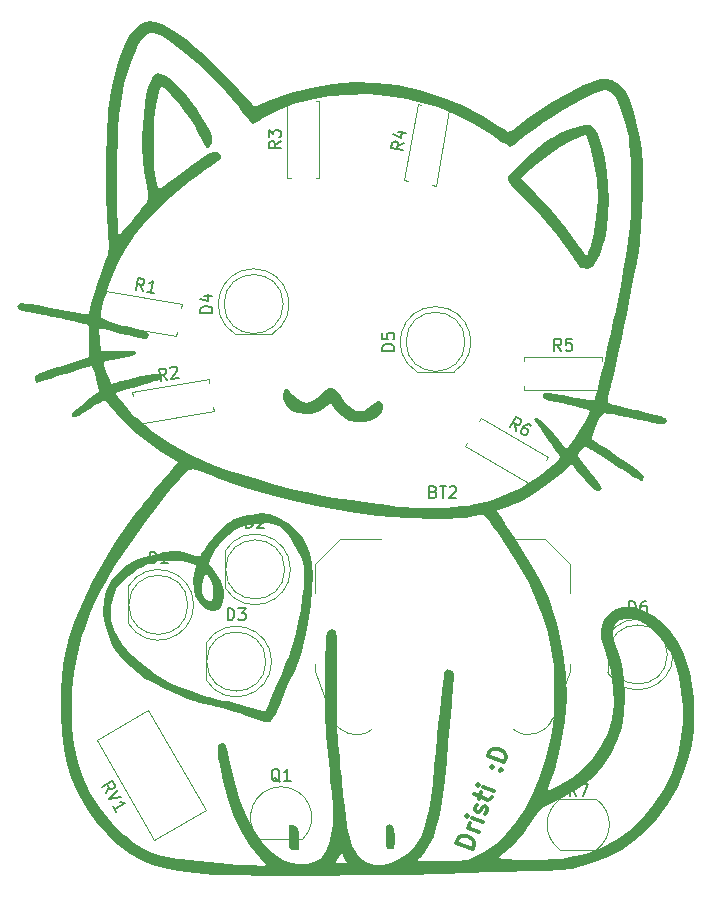
<source format=gbr>
%TF.GenerationSoftware,KiCad,Pcbnew,9.0.2*%
%TF.CreationDate,2025-07-04T00:45:15-07:00*%
%TF.ProjectId,FirstHCProject,46697273-7448-4435-9072-6f6a6563742e,rev?*%
%TF.SameCoordinates,Original*%
%TF.FileFunction,Legend,Top*%
%TF.FilePolarity,Positive*%
%FSLAX46Y46*%
G04 Gerber Fmt 4.6, Leading zero omitted, Abs format (unit mm)*
G04 Created by KiCad (PCBNEW 9.0.2) date 2025-07-04 00:45:15*
%MOMM*%
%LPD*%
G01*
G04 APERTURE LIST*
%ADD10C,0.150000*%
%ADD11C,0.300000*%
%ADD12C,0.120000*%
%ADD13C,0.000000*%
G04 APERTURE END LIST*
D10*
X136791905Y-115494819D02*
X136791905Y-114494819D01*
X136791905Y-114494819D02*
X137030000Y-114494819D01*
X137030000Y-114494819D02*
X137172857Y-114542438D01*
X137172857Y-114542438D02*
X137268095Y-114637676D01*
X137268095Y-114637676D02*
X137315714Y-114732914D01*
X137315714Y-114732914D02*
X137363333Y-114923390D01*
X137363333Y-114923390D02*
X137363333Y-115066247D01*
X137363333Y-115066247D02*
X137315714Y-115256723D01*
X137315714Y-115256723D02*
X137268095Y-115351961D01*
X137268095Y-115351961D02*
X137172857Y-115447200D01*
X137172857Y-115447200D02*
X137030000Y-115494819D01*
X137030000Y-115494819D02*
X136791905Y-115494819D01*
X137744286Y-114590057D02*
X137791905Y-114542438D01*
X137791905Y-114542438D02*
X137887143Y-114494819D01*
X137887143Y-114494819D02*
X138125238Y-114494819D01*
X138125238Y-114494819D02*
X138220476Y-114542438D01*
X138220476Y-114542438D02*
X138268095Y-114590057D01*
X138268095Y-114590057D02*
X138315714Y-114685295D01*
X138315714Y-114685295D02*
X138315714Y-114780533D01*
X138315714Y-114780533D02*
X138268095Y-114923390D01*
X138268095Y-114923390D02*
X137696667Y-115494819D01*
X137696667Y-115494819D02*
X138315714Y-115494819D01*
X139684819Y-82756666D02*
X139208628Y-83089999D01*
X139684819Y-83328094D02*
X138684819Y-83328094D01*
X138684819Y-83328094D02*
X138684819Y-82947142D01*
X138684819Y-82947142D02*
X138732438Y-82851904D01*
X138732438Y-82851904D02*
X138780057Y-82804285D01*
X138780057Y-82804285D02*
X138875295Y-82756666D01*
X138875295Y-82756666D02*
X139018152Y-82756666D01*
X139018152Y-82756666D02*
X139113390Y-82804285D01*
X139113390Y-82804285D02*
X139161009Y-82851904D01*
X139161009Y-82851904D02*
X139208628Y-82947142D01*
X139208628Y-82947142D02*
X139208628Y-83328094D01*
X138684819Y-82423332D02*
X138684819Y-81804285D01*
X138684819Y-81804285D02*
X139065771Y-82137618D01*
X139065771Y-82137618D02*
X139065771Y-81994761D01*
X139065771Y-81994761D02*
X139113390Y-81899523D01*
X139113390Y-81899523D02*
X139161009Y-81851904D01*
X139161009Y-81851904D02*
X139256247Y-81804285D01*
X139256247Y-81804285D02*
X139494342Y-81804285D01*
X139494342Y-81804285D02*
X139589580Y-81851904D01*
X139589580Y-81851904D02*
X139637200Y-81899523D01*
X139637200Y-81899523D02*
X139684819Y-81994761D01*
X139684819Y-81994761D02*
X139684819Y-82280475D01*
X139684819Y-82280475D02*
X139637200Y-82375713D01*
X139637200Y-82375713D02*
X139589580Y-82423332D01*
X149294819Y-100468094D02*
X148294819Y-100468094D01*
X148294819Y-100468094D02*
X148294819Y-100229999D01*
X148294819Y-100229999D02*
X148342438Y-100087142D01*
X148342438Y-100087142D02*
X148437676Y-99991904D01*
X148437676Y-99991904D02*
X148532914Y-99944285D01*
X148532914Y-99944285D02*
X148723390Y-99896666D01*
X148723390Y-99896666D02*
X148866247Y-99896666D01*
X148866247Y-99896666D02*
X149056723Y-99944285D01*
X149056723Y-99944285D02*
X149151961Y-99991904D01*
X149151961Y-99991904D02*
X149247200Y-100087142D01*
X149247200Y-100087142D02*
X149294819Y-100229999D01*
X149294819Y-100229999D02*
X149294819Y-100468094D01*
X148294819Y-98991904D02*
X148294819Y-99468094D01*
X148294819Y-99468094D02*
X148771009Y-99515713D01*
X148771009Y-99515713D02*
X148723390Y-99468094D01*
X148723390Y-99468094D02*
X148675771Y-99372856D01*
X148675771Y-99372856D02*
X148675771Y-99134761D01*
X148675771Y-99134761D02*
X148723390Y-99039523D01*
X148723390Y-99039523D02*
X148771009Y-98991904D01*
X148771009Y-98991904D02*
X148866247Y-98944285D01*
X148866247Y-98944285D02*
X149104342Y-98944285D01*
X149104342Y-98944285D02*
X149199580Y-98991904D01*
X149199580Y-98991904D02*
X149247200Y-99039523D01*
X149247200Y-99039523D02*
X149294819Y-99134761D01*
X149294819Y-99134761D02*
X149294819Y-99372856D01*
X149294819Y-99372856D02*
X149247200Y-99468094D01*
X149247200Y-99468094D02*
X149199580Y-99515713D01*
X124868843Y-137942214D02*
X125114569Y-137415443D01*
X124583128Y-137447342D02*
X125449154Y-136947342D01*
X125449154Y-136947342D02*
X125639630Y-137277256D01*
X125639630Y-137277256D02*
X125646010Y-137383545D01*
X125646010Y-137383545D02*
X125628580Y-137448593D01*
X125628580Y-137448593D02*
X125569911Y-137537452D01*
X125569911Y-137537452D02*
X125446193Y-137608880D01*
X125446193Y-137608880D02*
X125339905Y-137615260D01*
X125339905Y-137615260D02*
X125274856Y-137597830D01*
X125274856Y-137597830D02*
X125185998Y-137539161D01*
X125185998Y-137539161D02*
X124995521Y-137209247D01*
X125877725Y-137689649D02*
X125178366Y-138478325D01*
X125178366Y-138478325D02*
X126211058Y-138267000D01*
X125773605Y-139509307D02*
X125487890Y-139014436D01*
X125630747Y-139261872D02*
X126496773Y-138761872D01*
X126496773Y-138761872D02*
X126325436Y-138750821D01*
X126325436Y-138750821D02*
X126195338Y-138715962D01*
X126195338Y-138715962D02*
X126106480Y-138657293D01*
X159613253Y-107258071D02*
X159562673Y-106679012D01*
X159118381Y-106972357D02*
X159618381Y-106106332D01*
X159618381Y-106106332D02*
X159948296Y-106296808D01*
X159948296Y-106296808D02*
X160006965Y-106385666D01*
X160006965Y-106385666D02*
X160024394Y-106450715D01*
X160024394Y-106450715D02*
X160018015Y-106557003D01*
X160018015Y-106557003D02*
X159946586Y-106680721D01*
X159946586Y-106680721D02*
X159857728Y-106739390D01*
X159857728Y-106739390D02*
X159792679Y-106756820D01*
X159792679Y-106756820D02*
X159686391Y-106750440D01*
X159686391Y-106750440D02*
X159356476Y-106559964D01*
X160855560Y-106820617D02*
X160690603Y-106725379D01*
X160690603Y-106725379D02*
X160584315Y-106718999D01*
X160584315Y-106718999D02*
X160519266Y-106736429D01*
X160519266Y-106736429D02*
X160365359Y-106812528D01*
X160365359Y-106812528D02*
X160228882Y-106953676D01*
X160228882Y-106953676D02*
X160038405Y-107283590D01*
X160038405Y-107283590D02*
X160032026Y-107389878D01*
X160032026Y-107389878D02*
X160049455Y-107454927D01*
X160049455Y-107454927D02*
X160108124Y-107543786D01*
X160108124Y-107543786D02*
X160273082Y-107639024D01*
X160273082Y-107639024D02*
X160379370Y-107645403D01*
X160379370Y-107645403D02*
X160444419Y-107627974D01*
X160444419Y-107627974D02*
X160533277Y-107569305D01*
X160533277Y-107569305D02*
X160652325Y-107363108D01*
X160652325Y-107363108D02*
X160658704Y-107256820D01*
X160658704Y-107256820D02*
X160641275Y-107191771D01*
X160641275Y-107191771D02*
X160582606Y-107102913D01*
X160582606Y-107102913D02*
X160417648Y-107007675D01*
X160417648Y-107007675D02*
X160311360Y-107001295D01*
X160311360Y-107001295D02*
X160246311Y-107018725D01*
X160246311Y-107018725D02*
X160157453Y-107077394D01*
X164733333Y-138154819D02*
X164400000Y-137678628D01*
X164161905Y-138154819D02*
X164161905Y-137154819D01*
X164161905Y-137154819D02*
X164542857Y-137154819D01*
X164542857Y-137154819D02*
X164638095Y-137202438D01*
X164638095Y-137202438D02*
X164685714Y-137250057D01*
X164685714Y-137250057D02*
X164733333Y-137345295D01*
X164733333Y-137345295D02*
X164733333Y-137488152D01*
X164733333Y-137488152D02*
X164685714Y-137583390D01*
X164685714Y-137583390D02*
X164638095Y-137631009D01*
X164638095Y-137631009D02*
X164542857Y-137678628D01*
X164542857Y-137678628D02*
X164161905Y-137678628D01*
X165066667Y-137154819D02*
X165733333Y-137154819D01*
X165733333Y-137154819D02*
X165304762Y-138154819D01*
X139634761Y-136990057D02*
X139539523Y-136942438D01*
X139539523Y-136942438D02*
X139444285Y-136847200D01*
X139444285Y-136847200D02*
X139301428Y-136704342D01*
X139301428Y-136704342D02*
X139206190Y-136656723D01*
X139206190Y-136656723D02*
X139110952Y-136656723D01*
X139158571Y-136894819D02*
X139063333Y-136847200D01*
X139063333Y-136847200D02*
X138968095Y-136751961D01*
X138968095Y-136751961D02*
X138920476Y-136561485D01*
X138920476Y-136561485D02*
X138920476Y-136228152D01*
X138920476Y-136228152D02*
X138968095Y-136037676D01*
X138968095Y-136037676D02*
X139063333Y-135942438D01*
X139063333Y-135942438D02*
X139158571Y-135894819D01*
X139158571Y-135894819D02*
X139349047Y-135894819D01*
X139349047Y-135894819D02*
X139444285Y-135942438D01*
X139444285Y-135942438D02*
X139539523Y-136037676D01*
X139539523Y-136037676D02*
X139587142Y-136228152D01*
X139587142Y-136228152D02*
X139587142Y-136561485D01*
X139587142Y-136561485D02*
X139539523Y-136751961D01*
X139539523Y-136751961D02*
X139444285Y-136847200D01*
X139444285Y-136847200D02*
X139349047Y-136894819D01*
X139349047Y-136894819D02*
X139158571Y-136894819D01*
X140539523Y-136894819D02*
X139968095Y-136894819D01*
X140253809Y-136894819D02*
X140253809Y-135894819D01*
X140253809Y-135894819D02*
X140158571Y-136037676D01*
X140158571Y-136037676D02*
X140063333Y-136132914D01*
X140063333Y-136132914D02*
X139968095Y-136180533D01*
X135191905Y-123294819D02*
X135191905Y-122294819D01*
X135191905Y-122294819D02*
X135430000Y-122294819D01*
X135430000Y-122294819D02*
X135572857Y-122342438D01*
X135572857Y-122342438D02*
X135668095Y-122437676D01*
X135668095Y-122437676D02*
X135715714Y-122532914D01*
X135715714Y-122532914D02*
X135763333Y-122723390D01*
X135763333Y-122723390D02*
X135763333Y-122866247D01*
X135763333Y-122866247D02*
X135715714Y-123056723D01*
X135715714Y-123056723D02*
X135668095Y-123151961D01*
X135668095Y-123151961D02*
X135572857Y-123247200D01*
X135572857Y-123247200D02*
X135430000Y-123294819D01*
X135430000Y-123294819D02*
X135191905Y-123294819D01*
X136096667Y-122294819D02*
X136715714Y-122294819D01*
X136715714Y-122294819D02*
X136382381Y-122675771D01*
X136382381Y-122675771D02*
X136525238Y-122675771D01*
X136525238Y-122675771D02*
X136620476Y-122723390D01*
X136620476Y-122723390D02*
X136668095Y-122771009D01*
X136668095Y-122771009D02*
X136715714Y-122866247D01*
X136715714Y-122866247D02*
X136715714Y-123104342D01*
X136715714Y-123104342D02*
X136668095Y-123199580D01*
X136668095Y-123199580D02*
X136620476Y-123247200D01*
X136620476Y-123247200D02*
X136525238Y-123294819D01*
X136525238Y-123294819D02*
X136239524Y-123294819D01*
X136239524Y-123294819D02*
X136144286Y-123247200D01*
X136144286Y-123247200D02*
X136096667Y-123199580D01*
X128591905Y-118494819D02*
X128591905Y-117494819D01*
X128591905Y-117494819D02*
X128830000Y-117494819D01*
X128830000Y-117494819D02*
X128972857Y-117542438D01*
X128972857Y-117542438D02*
X129068095Y-117637676D01*
X129068095Y-117637676D02*
X129115714Y-117732914D01*
X129115714Y-117732914D02*
X129163333Y-117923390D01*
X129163333Y-117923390D02*
X129163333Y-118066247D01*
X129163333Y-118066247D02*
X129115714Y-118256723D01*
X129115714Y-118256723D02*
X129068095Y-118351961D01*
X129068095Y-118351961D02*
X128972857Y-118447200D01*
X128972857Y-118447200D02*
X128830000Y-118494819D01*
X128830000Y-118494819D02*
X128591905Y-118494819D01*
X130115714Y-118494819D02*
X129544286Y-118494819D01*
X129830000Y-118494819D02*
X129830000Y-117494819D01*
X129830000Y-117494819D02*
X129734762Y-117637676D01*
X129734762Y-117637676D02*
X129639524Y-117732914D01*
X129639524Y-117732914D02*
X129544286Y-117780533D01*
X128016316Y-95423374D02*
X127770736Y-94896535D01*
X127453569Y-95324146D02*
X127627217Y-94339338D01*
X127627217Y-94339338D02*
X128002382Y-94405490D01*
X128002382Y-94405490D02*
X128087904Y-94468923D01*
X128087904Y-94468923D02*
X128126530Y-94524088D01*
X128126530Y-94524088D02*
X128156888Y-94626148D01*
X128156888Y-94626148D02*
X128132081Y-94766835D01*
X128132081Y-94766835D02*
X128068648Y-94852357D01*
X128068648Y-94852357D02*
X128013483Y-94890984D01*
X128013483Y-94890984D02*
X127911423Y-94921342D01*
X127911423Y-94921342D02*
X127536258Y-94855190D01*
X128954228Y-95588753D02*
X128391481Y-95489525D01*
X128672854Y-95539139D02*
X128846503Y-94554331D01*
X128846503Y-94554331D02*
X128727904Y-94678480D01*
X128727904Y-94678480D02*
X128617575Y-94755733D01*
X128617575Y-94755733D02*
X128515515Y-94786091D01*
D11*
X155971619Y-142659255D02*
X154562080Y-142146225D01*
X154562080Y-142146225D02*
X154684230Y-141810621D01*
X154684230Y-141810621D02*
X154824641Y-141633688D01*
X154824641Y-141633688D02*
X155007743Y-141548306D01*
X155007743Y-141548306D02*
X155166415Y-141530045D01*
X155166415Y-141530045D02*
X155459329Y-141560645D01*
X155459329Y-141560645D02*
X155660691Y-141633935D01*
X155660691Y-141633935D02*
X155904745Y-141798776D01*
X155904745Y-141798776D02*
X156014557Y-141914756D01*
X156014557Y-141914756D02*
X156099938Y-142097858D01*
X156099938Y-142097858D02*
X156093769Y-142323651D01*
X156093769Y-142323651D02*
X155971619Y-142659255D01*
X156484650Y-141249717D02*
X155544957Y-140907696D01*
X155813440Y-141005416D02*
X155703629Y-140889436D01*
X155703629Y-140889436D02*
X155660938Y-140797885D01*
X155660938Y-140797885D02*
X155642677Y-140639213D01*
X155642677Y-140639213D02*
X155691537Y-140504971D01*
X156802239Y-140377145D02*
X155862547Y-140035125D01*
X155392701Y-139864115D02*
X155435391Y-139955666D01*
X155435391Y-139955666D02*
X155526942Y-139912975D01*
X155526942Y-139912975D02*
X155484251Y-139821424D01*
X155484251Y-139821424D02*
X155392701Y-139864115D01*
X155392701Y-139864115D02*
X155526942Y-139912975D01*
X156954989Y-139748627D02*
X157070970Y-139638815D01*
X157070970Y-139638815D02*
X157168690Y-139370331D01*
X157168690Y-139370331D02*
X157150429Y-139211660D01*
X157150429Y-139211660D02*
X157040617Y-139095679D01*
X157040617Y-139095679D02*
X156973496Y-139071249D01*
X156973496Y-139071249D02*
X156814824Y-139089510D01*
X156814824Y-139089510D02*
X156698843Y-139199321D01*
X156698843Y-139199321D02*
X156625553Y-139400684D01*
X156625553Y-139400684D02*
X156509572Y-139510496D01*
X156509572Y-139510496D02*
X156350901Y-139528757D01*
X156350901Y-139528757D02*
X156283780Y-139504327D01*
X156283780Y-139504327D02*
X156173968Y-139388346D01*
X156173968Y-139388346D02*
X156155707Y-139229674D01*
X156155707Y-139229674D02*
X156228997Y-139028311D01*
X156228997Y-139028311D02*
X156344978Y-138918500D01*
X156448867Y-138424223D02*
X156644307Y-137887256D01*
X156052311Y-138051850D02*
X157260487Y-138491590D01*
X157260487Y-138491590D02*
X157419159Y-138473329D01*
X157419159Y-138473329D02*
X157535140Y-138363518D01*
X157535140Y-138363518D02*
X157584000Y-138229276D01*
X157755010Y-137759429D02*
X156815318Y-137417409D01*
X156345471Y-137246399D02*
X156388162Y-137337950D01*
X156388162Y-137337950D02*
X156479713Y-137295259D01*
X156479713Y-137295259D02*
X156437022Y-137203708D01*
X156437022Y-137203708D02*
X156345471Y-137246399D01*
X156345471Y-137246399D02*
X156479713Y-137295259D01*
X158255949Y-135965426D02*
X158347500Y-135922735D01*
X158347500Y-135922735D02*
X158390190Y-136014286D01*
X158390190Y-136014286D02*
X158298640Y-136056977D01*
X158298640Y-136056977D02*
X158255949Y-135965426D01*
X158255949Y-135965426D02*
X158390190Y-136014286D01*
X157517619Y-135696696D02*
X157609170Y-135654005D01*
X157609170Y-135654005D02*
X157651861Y-135745556D01*
X157651861Y-135745556D02*
X157560310Y-135788247D01*
X157560310Y-135788247D02*
X157517619Y-135696696D01*
X157517619Y-135696696D02*
X157651861Y-135745556D01*
X158634491Y-135343077D02*
X157224952Y-134830046D01*
X157224952Y-134830046D02*
X157347102Y-134494442D01*
X157347102Y-134494442D02*
X157487513Y-134317509D01*
X157487513Y-134317509D02*
X157670615Y-134232127D01*
X157670615Y-134232127D02*
X157829286Y-134213866D01*
X157829286Y-134213866D02*
X158122200Y-134244466D01*
X158122200Y-134244466D02*
X158323563Y-134317756D01*
X158323563Y-134317756D02*
X158567616Y-134482597D01*
X158567616Y-134482597D02*
X158677428Y-134598578D01*
X158677428Y-134598578D02*
X158762810Y-134781679D01*
X158762810Y-134781679D02*
X158756641Y-135007472D01*
X158756641Y-135007472D02*
X158634491Y-135343077D01*
D10*
X152614285Y-112431009D02*
X152757142Y-112478628D01*
X152757142Y-112478628D02*
X152804761Y-112526247D01*
X152804761Y-112526247D02*
X152852380Y-112621485D01*
X152852380Y-112621485D02*
X152852380Y-112764342D01*
X152852380Y-112764342D02*
X152804761Y-112859580D01*
X152804761Y-112859580D02*
X152757142Y-112907200D01*
X152757142Y-112907200D02*
X152661904Y-112954819D01*
X152661904Y-112954819D02*
X152280952Y-112954819D01*
X152280952Y-112954819D02*
X152280952Y-111954819D01*
X152280952Y-111954819D02*
X152614285Y-111954819D01*
X152614285Y-111954819D02*
X152709523Y-112002438D01*
X152709523Y-112002438D02*
X152757142Y-112050057D01*
X152757142Y-112050057D02*
X152804761Y-112145295D01*
X152804761Y-112145295D02*
X152804761Y-112240533D01*
X152804761Y-112240533D02*
X152757142Y-112335771D01*
X152757142Y-112335771D02*
X152709523Y-112383390D01*
X152709523Y-112383390D02*
X152614285Y-112431009D01*
X152614285Y-112431009D02*
X152280952Y-112431009D01*
X153138095Y-111954819D02*
X153709523Y-111954819D01*
X153423809Y-112954819D02*
X153423809Y-111954819D01*
X153995238Y-112050057D02*
X154042857Y-112002438D01*
X154042857Y-112002438D02*
X154138095Y-111954819D01*
X154138095Y-111954819D02*
X154376190Y-111954819D01*
X154376190Y-111954819D02*
X154471428Y-112002438D01*
X154471428Y-112002438D02*
X154519047Y-112050057D01*
X154519047Y-112050057D02*
X154566666Y-112145295D01*
X154566666Y-112145295D02*
X154566666Y-112240533D01*
X154566666Y-112240533D02*
X154519047Y-112383390D01*
X154519047Y-112383390D02*
X153947619Y-112954819D01*
X153947619Y-112954819D02*
X154566666Y-112954819D01*
X130103298Y-102942856D02*
X129692339Y-102531783D01*
X129540551Y-103042084D02*
X129366902Y-102057276D01*
X129366902Y-102057276D02*
X129742067Y-101991124D01*
X129742067Y-101991124D02*
X129844127Y-102021482D01*
X129844127Y-102021482D02*
X129899292Y-102060109D01*
X129899292Y-102060109D02*
X129962726Y-102145631D01*
X129962726Y-102145631D02*
X129987532Y-102286318D01*
X129987532Y-102286318D02*
X129957175Y-102388378D01*
X129957175Y-102388378D02*
X129918548Y-102443542D01*
X129918548Y-102443542D02*
X129833026Y-102506976D01*
X129833026Y-102506976D02*
X129457861Y-102573128D01*
X130321352Y-101985688D02*
X130359979Y-101930523D01*
X130359979Y-101930523D02*
X130445501Y-101867090D01*
X130445501Y-101867090D02*
X130679979Y-101825745D01*
X130679979Y-101825745D02*
X130782040Y-101856103D01*
X130782040Y-101856103D02*
X130837204Y-101894729D01*
X130837204Y-101894729D02*
X130900638Y-101980252D01*
X130900638Y-101980252D02*
X130917176Y-102074043D01*
X130917176Y-102074043D02*
X130895087Y-102222999D01*
X130895087Y-102222999D02*
X130431567Y-102884973D01*
X130431567Y-102884973D02*
X131041210Y-102777477D01*
X133894819Y-97268094D02*
X132894819Y-97268094D01*
X132894819Y-97268094D02*
X132894819Y-97029999D01*
X132894819Y-97029999D02*
X132942438Y-96887142D01*
X132942438Y-96887142D02*
X133037676Y-96791904D01*
X133037676Y-96791904D02*
X133132914Y-96744285D01*
X133132914Y-96744285D02*
X133323390Y-96696666D01*
X133323390Y-96696666D02*
X133466247Y-96696666D01*
X133466247Y-96696666D02*
X133656723Y-96744285D01*
X133656723Y-96744285D02*
X133751961Y-96791904D01*
X133751961Y-96791904D02*
X133847200Y-96887142D01*
X133847200Y-96887142D02*
X133894819Y-97029999D01*
X133894819Y-97029999D02*
X133894819Y-97268094D01*
X133228152Y-95839523D02*
X133894819Y-95839523D01*
X132847200Y-96077618D02*
X133561485Y-96315713D01*
X133561485Y-96315713D02*
X133561485Y-95696666D01*
X150146573Y-82889448D02*
X149619734Y-83135028D01*
X150047345Y-83452195D02*
X149062537Y-83278547D01*
X149062537Y-83278547D02*
X149128689Y-82903382D01*
X149128689Y-82903382D02*
X149192122Y-82817860D01*
X149192122Y-82817860D02*
X149247287Y-82779234D01*
X149247287Y-82779234D02*
X149349347Y-82748876D01*
X149349347Y-82748876D02*
X149490034Y-82773683D01*
X149490034Y-82773683D02*
X149575556Y-82837116D01*
X149575556Y-82837116D02*
X149614183Y-82892281D01*
X149614183Y-82892281D02*
X149644541Y-82994341D01*
X149644541Y-82994341D02*
X149578389Y-83369506D01*
X149638875Y-81929562D02*
X150295414Y-82045327D01*
X149222366Y-82097888D02*
X149884455Y-82456401D01*
X149884455Y-82456401D02*
X149991951Y-81846758D01*
X169191905Y-122694819D02*
X169191905Y-121694819D01*
X169191905Y-121694819D02*
X169430000Y-121694819D01*
X169430000Y-121694819D02*
X169572857Y-121742438D01*
X169572857Y-121742438D02*
X169668095Y-121837676D01*
X169668095Y-121837676D02*
X169715714Y-121932914D01*
X169715714Y-121932914D02*
X169763333Y-122123390D01*
X169763333Y-122123390D02*
X169763333Y-122266247D01*
X169763333Y-122266247D02*
X169715714Y-122456723D01*
X169715714Y-122456723D02*
X169668095Y-122551961D01*
X169668095Y-122551961D02*
X169572857Y-122647200D01*
X169572857Y-122647200D02*
X169430000Y-122694819D01*
X169430000Y-122694819D02*
X169191905Y-122694819D01*
X170620476Y-121694819D02*
X170430000Y-121694819D01*
X170430000Y-121694819D02*
X170334762Y-121742438D01*
X170334762Y-121742438D02*
X170287143Y-121790057D01*
X170287143Y-121790057D02*
X170191905Y-121932914D01*
X170191905Y-121932914D02*
X170144286Y-122123390D01*
X170144286Y-122123390D02*
X170144286Y-122504342D01*
X170144286Y-122504342D02*
X170191905Y-122599580D01*
X170191905Y-122599580D02*
X170239524Y-122647200D01*
X170239524Y-122647200D02*
X170334762Y-122694819D01*
X170334762Y-122694819D02*
X170525238Y-122694819D01*
X170525238Y-122694819D02*
X170620476Y-122647200D01*
X170620476Y-122647200D02*
X170668095Y-122599580D01*
X170668095Y-122599580D02*
X170715714Y-122504342D01*
X170715714Y-122504342D02*
X170715714Y-122266247D01*
X170715714Y-122266247D02*
X170668095Y-122171009D01*
X170668095Y-122171009D02*
X170620476Y-122123390D01*
X170620476Y-122123390D02*
X170525238Y-122075771D01*
X170525238Y-122075771D02*
X170334762Y-122075771D01*
X170334762Y-122075771D02*
X170239524Y-122123390D01*
X170239524Y-122123390D02*
X170191905Y-122171009D01*
X170191905Y-122171009D02*
X170144286Y-122266247D01*
X163433333Y-100484819D02*
X163100000Y-100008628D01*
X162861905Y-100484819D02*
X162861905Y-99484819D01*
X162861905Y-99484819D02*
X163242857Y-99484819D01*
X163242857Y-99484819D02*
X163338095Y-99532438D01*
X163338095Y-99532438D02*
X163385714Y-99580057D01*
X163385714Y-99580057D02*
X163433333Y-99675295D01*
X163433333Y-99675295D02*
X163433333Y-99818152D01*
X163433333Y-99818152D02*
X163385714Y-99913390D01*
X163385714Y-99913390D02*
X163338095Y-99961009D01*
X163338095Y-99961009D02*
X163242857Y-100008628D01*
X163242857Y-100008628D02*
X162861905Y-100008628D01*
X164338095Y-99484819D02*
X163861905Y-99484819D01*
X163861905Y-99484819D02*
X163814286Y-99961009D01*
X163814286Y-99961009D02*
X163861905Y-99913390D01*
X163861905Y-99913390D02*
X163957143Y-99865771D01*
X163957143Y-99865771D02*
X164195238Y-99865771D01*
X164195238Y-99865771D02*
X164290476Y-99913390D01*
X164290476Y-99913390D02*
X164338095Y-99961009D01*
X164338095Y-99961009D02*
X164385714Y-100056247D01*
X164385714Y-100056247D02*
X164385714Y-100294342D01*
X164385714Y-100294342D02*
X164338095Y-100389580D01*
X164338095Y-100389580D02*
X164290476Y-100437200D01*
X164290476Y-100437200D02*
X164195238Y-100484819D01*
X164195238Y-100484819D02*
X163957143Y-100484819D01*
X163957143Y-100484819D02*
X163861905Y-100437200D01*
X163861905Y-100437200D02*
X163814286Y-100389580D01*
D12*
%TO.C,D2*%
X134970000Y-117455000D02*
X134970000Y-120545000D01*
X134970000Y-117455170D02*
G75*
G02*
X140520000Y-119000000I2560000J-1544830D01*
G01*
X140520000Y-119000000D02*
G75*
G02*
X134970000Y-120544830I-2990000J0D01*
G01*
X140030000Y-119000000D02*
G75*
G02*
X135030000Y-119000000I-2500000J0D01*
G01*
X135030000Y-119000000D02*
G75*
G02*
X140030000Y-119000000I2500000J0D01*
G01*
%TO.C,R3*%
X140230000Y-79320000D02*
X140560000Y-79320000D01*
X140230000Y-85860000D02*
X140230000Y-79320000D01*
X140560000Y-85860000D02*
X140230000Y-85860000D01*
X142640000Y-85860000D02*
X142970000Y-85860000D01*
X142970000Y-79320000D02*
X142640000Y-79320000D01*
X142970000Y-85860000D02*
X142970000Y-79320000D01*
%TO.C,D5*%
X151255000Y-102290000D02*
X154345000Y-102290000D01*
X151255170Y-102290000D02*
G75*
G02*
X152800000Y-96740000I1544830J2560000D01*
G01*
X152800000Y-96740000D02*
G75*
G02*
X154344830Y-102290000I0J-2990000D01*
G01*
X155300000Y-99730000D02*
G75*
G02*
X150300000Y-99730000I-2500000J0D01*
G01*
X150300000Y-99730000D02*
G75*
G02*
X155300000Y-99730000I2500000J0D01*
G01*
%TO.C,RV1*%
X124110116Y-133438422D02*
X128483544Y-130913422D01*
X128985116Y-141882170D02*
X124110116Y-133438422D01*
X128985116Y-141882170D02*
X133358543Y-139357170D01*
X133358543Y-139357170D02*
X128483544Y-130913422D01*
%TO.C,R6*%
X155283095Y-108551455D02*
X160946903Y-111821455D01*
X155448097Y-108265666D02*
X155283095Y-108551455D01*
X156488097Y-106464334D02*
X156653097Y-106178545D01*
X156653097Y-106178545D02*
X162316902Y-109448545D01*
X160946903Y-111821455D02*
X161111903Y-111535666D01*
X162316902Y-109448545D02*
X162151903Y-109734333D01*
%TO.C,R7*%
X163350000Y-138450000D02*
X166400000Y-138450000D01*
X163350000Y-142750000D02*
X166400000Y-142750000D01*
X163350000Y-142750000D02*
G75*
G02*
X163371766Y-138434475I1550000J2150000D01*
G01*
X166400000Y-138450000D02*
G75*
G02*
X166444513Y-142718249I-1500000J-2150000D01*
G01*
%TO.C,Q1*%
X137930000Y-141850000D02*
X141530000Y-141850000D01*
X137891522Y-141838478D02*
G75*
G02*
X139730000Y-137399999I1838478J1838478D01*
G01*
X139730000Y-137400000D02*
G75*
G02*
X141568478Y-141838478I0J-2600000D01*
G01*
%TO.C,D3*%
X133370000Y-125255000D02*
X133370000Y-128345000D01*
X133370000Y-125255170D02*
G75*
G02*
X138920000Y-126800000I2560000J-1544830D01*
G01*
X138920000Y-126800000D02*
G75*
G02*
X133370000Y-128344830I-2990000J0D01*
G01*
X138430000Y-126800000D02*
G75*
G02*
X133430000Y-126800000I-2500000J0D01*
G01*
X133430000Y-126800000D02*
G75*
G02*
X138430000Y-126800000I2500000J0D01*
G01*
%TO.C,D1*%
X126770000Y-120455000D02*
X126770000Y-123545000D01*
X126770000Y-120455170D02*
G75*
G02*
X132320000Y-122000000I2560000J-1544830D01*
G01*
X132320000Y-122000000D02*
G75*
G02*
X126770000Y-123544830I-2990000J0D01*
G01*
X131830000Y-122000000D02*
G75*
G02*
X126830000Y-122000000I-2500000J0D01*
G01*
X126830000Y-122000000D02*
G75*
G02*
X131830000Y-122000000I2500000J0D01*
G01*
%TO.C,R1*%
X124389663Y-98119758D02*
X130830306Y-99255417D01*
X124446967Y-97794771D02*
X124389663Y-98119758D01*
X124808155Y-95746371D02*
X124865459Y-95421384D01*
X124865459Y-95421384D02*
X131306102Y-96557043D01*
X130830306Y-99255417D02*
X130887610Y-98930430D01*
X131306102Y-96557043D02*
X131248798Y-96882030D01*
D13*
%TO.C,Dristi :D*%
G36*
X140944661Y-140689987D02*
G01*
X141097070Y-140780869D01*
X141188073Y-140972168D01*
X141231557Y-141296471D01*
X141241407Y-141786365D01*
X141240668Y-141895967D01*
X141232661Y-142766532D01*
X140924899Y-142796754D01*
X140662784Y-142778968D01*
X140489616Y-142699455D01*
X140418039Y-142513971D01*
X140375190Y-142134940D01*
X140362096Y-141619435D01*
X140362096Y-140666935D01*
X140716960Y-140666935D01*
X140944661Y-140689987D01*
G37*
G36*
X149068813Y-140598943D02*
G01*
X149232846Y-140737957D01*
X149326026Y-141022938D01*
X149357749Y-141475114D01*
X149353220Y-141779084D01*
X149336392Y-142205326D01*
X149311690Y-142468429D01*
X149265738Y-142610021D01*
X149185163Y-142671726D01*
X149058975Y-142694895D01*
X148812640Y-142665391D01*
X148670767Y-142576999D01*
X148602570Y-142372388D01*
X148572860Y-141973400D01*
X148577114Y-141522023D01*
X148595248Y-141087168D01*
X148622016Y-140816337D01*
X148668187Y-140668726D01*
X148744533Y-140603530D01*
X148824532Y-140584670D01*
X149068813Y-140598943D01*
G37*
G36*
X144313146Y-103736652D02*
G01*
X144565825Y-104013078D01*
X144633343Y-104103225D01*
X145088998Y-104700476D01*
X145465537Y-105132770D01*
X145779405Y-105416328D01*
X146047050Y-105567375D01*
X146144998Y-105594352D01*
X146470784Y-105623041D01*
X146759606Y-105557479D01*
X147070576Y-105375068D01*
X147386807Y-105119642D01*
X147655469Y-104904327D01*
X147875518Y-104758470D01*
X147978083Y-104717741D01*
X148189157Y-104803061D01*
X148313697Y-105022384D01*
X148344251Y-105320757D01*
X148273369Y-105643227D01*
X148136286Y-105884609D01*
X147762829Y-106208808D01*
X147260568Y-106436866D01*
X146687233Y-106557282D01*
X146100552Y-106558555D01*
X145558258Y-106429182D01*
X145507886Y-106408267D01*
X144889624Y-106040770D01*
X144366944Y-105537182D01*
X144209257Y-105323611D01*
X143937167Y-104912455D01*
X143609107Y-105189402D01*
X142995651Y-105592015D01*
X142326964Y-105801905D01*
X141847177Y-105839856D01*
X141184303Y-105766347D01*
X140633821Y-105554956D01*
X140216444Y-105219389D01*
X139952884Y-104773348D01*
X139890969Y-104545548D01*
X139883183Y-104250791D01*
X139947910Y-103964865D01*
X140061899Y-103757060D01*
X140176865Y-103693548D01*
X140286747Y-103762470D01*
X140491160Y-103943245D01*
X140746047Y-104196885D01*
X140748470Y-104199414D01*
X141186657Y-104604254D01*
X141578280Y-104831926D01*
X141955615Y-104882273D01*
X142350943Y-104755135D01*
X142796542Y-104450353D01*
X143095327Y-104187859D01*
X143501054Y-103837658D01*
X143815864Y-103647011D01*
X144074860Y-103613986D01*
X144313146Y-103736652D01*
G37*
G36*
X165906614Y-81394535D02*
G01*
X166138081Y-81503711D01*
X166330702Y-81729590D01*
X166525231Y-82108107D01*
X166580576Y-82234617D01*
X166891273Y-83122926D01*
X167137632Y-84162745D01*
X167317126Y-85310296D01*
X167427225Y-86521797D01*
X167465402Y-87753470D01*
X167429127Y-88961534D01*
X167315872Y-90102208D01*
X167123108Y-91131714D01*
X167099836Y-91225010D01*
X166927008Y-91793146D01*
X166711272Y-92341364D01*
X166474987Y-92823538D01*
X166240516Y-93193544D01*
X166048820Y-93393016D01*
X165694053Y-93532850D01*
X165309929Y-93518807D01*
X165121472Y-93443127D01*
X164986563Y-93314477D01*
X164777227Y-93058545D01*
X164529410Y-92720606D01*
X164412385Y-92550072D01*
X163087482Y-90702418D01*
X161716576Y-89035770D01*
X160307994Y-87560111D01*
X160023207Y-87289446D01*
X159546051Y-86833314D01*
X159212081Y-86488145D01*
X159005514Y-86235722D01*
X158910564Y-86057831D01*
X158899999Y-85993262D01*
X158935739Y-85896576D01*
X160027910Y-85896576D01*
X161312685Y-87230154D01*
X162631584Y-88667221D01*
X163833446Y-90114949D01*
X164883490Y-91531245D01*
X164968612Y-91654641D01*
X165597239Y-92571783D01*
X165733125Y-92238763D01*
X165817316Y-91994043D01*
X165930608Y-91613391D01*
X166054613Y-91160130D01*
X166118434Y-90911943D01*
X166429669Y-89266275D01*
X166538483Y-87612099D01*
X166444706Y-85944300D01*
X166148164Y-84257762D01*
X165858933Y-83189114D01*
X165554428Y-82195568D01*
X165167758Y-82331993D01*
X164296784Y-82707544D01*
X163354439Y-83238284D01*
X162373374Y-83902942D01*
X161386242Y-84680248D01*
X160872221Y-85130209D01*
X160027910Y-85896576D01*
X158935739Y-85896576D01*
X158978771Y-85780162D01*
X159198627Y-85469646D01*
X159534876Y-85084620D01*
X159962829Y-84647991D01*
X160457793Y-84182668D01*
X160995080Y-83711556D01*
X161549999Y-83257564D01*
X162097859Y-82843598D01*
X162613969Y-82492566D01*
X162789526Y-82384655D01*
X163335999Y-82092182D01*
X163934192Y-81825160D01*
X164530988Y-81602869D01*
X165073271Y-81444590D01*
X165507925Y-81369603D01*
X165595542Y-81366128D01*
X165906614Y-81394535D01*
G37*
G36*
X138799556Y-114340543D02*
G01*
X139585993Y-114618614D01*
X140329388Y-115053954D01*
X140995570Y-115623560D01*
X141550372Y-116304431D01*
X141853759Y-116834086D01*
X142144628Y-117606338D01*
X142329789Y-118500860D01*
X142409327Y-119527688D01*
X142383327Y-120696859D01*
X142251875Y-122018409D01*
X142015057Y-123502374D01*
X141914924Y-124023790D01*
X141749249Y-124836084D01*
X141603903Y-125490102D01*
X141464863Y-126029507D01*
X141318104Y-126497959D01*
X141149604Y-126939121D01*
X140945338Y-127396654D01*
X140691284Y-127914221D01*
X140620549Y-128053784D01*
X140377644Y-128564093D01*
X140137216Y-129124300D01*
X139941068Y-129635473D01*
X139895076Y-129770705D01*
X139709522Y-130278803D01*
X139491353Y-130779865D01*
X139262063Y-131233320D01*
X139043147Y-131598603D01*
X138856099Y-131835144D01*
X138767640Y-131898577D01*
X138575378Y-131945503D01*
X138355618Y-131929395D01*
X138058358Y-131839612D01*
X137633599Y-131665517D01*
X137596774Y-131649450D01*
X137128582Y-131464231D01*
X136609892Y-131288002D01*
X136265322Y-131188818D01*
X135820523Y-131068932D01*
X135295174Y-130917663D01*
X134804622Y-130768260D01*
X134294989Y-130620300D01*
X133734416Y-130477361D01*
X133262561Y-130374139D01*
X132816418Y-130281943D01*
X132411903Y-130179257D01*
X132011711Y-130051773D01*
X131578540Y-129885180D01*
X131075087Y-129665167D01*
X130464046Y-129377425D01*
X129734802Y-129020829D01*
X129103962Y-128706358D01*
X128618097Y-128453548D01*
X128237160Y-128236163D01*
X127921102Y-128027971D01*
X127629874Y-127802737D01*
X127323430Y-127534227D01*
X126989427Y-127222444D01*
X126427064Y-126672703D01*
X125998113Y-126206217D01*
X125672604Y-125782687D01*
X125420572Y-125361810D01*
X125212047Y-124903286D01*
X125154335Y-124754601D01*
X124814102Y-123647587D01*
X124687628Y-122810031D01*
X125287196Y-122810031D01*
X125309404Y-123245233D01*
X125397813Y-123634277D01*
X125576584Y-124078456D01*
X125603723Y-124136997D01*
X125915965Y-124745443D01*
X126264571Y-125295814D01*
X126675232Y-125815754D01*
X127173644Y-126332903D01*
X127785500Y-126874905D01*
X128536493Y-127469401D01*
X129071859Y-127868137D01*
X129479507Y-128150530D01*
X129883787Y-128390346D01*
X130337668Y-128614259D01*
X130894120Y-128848943D01*
X131427504Y-129054409D01*
X132379655Y-129401532D01*
X133218832Y-129686365D01*
X133927893Y-129903754D01*
X134489698Y-130048545D01*
X134887107Y-130115586D01*
X134970932Y-130119762D01*
X135213858Y-130154589D01*
X135581635Y-130245621D01*
X136007872Y-130375674D01*
X136157981Y-130427020D01*
X136579382Y-130566382D01*
X136955383Y-130674350D01*
X137224293Y-130733783D01*
X137284594Y-130740049D01*
X137560439Y-130782900D01*
X137879401Y-130876609D01*
X137904032Y-130885886D01*
X138184322Y-130989777D01*
X138336887Y-131010612D01*
X138426715Y-130934761D01*
X138514471Y-130757862D01*
X138675287Y-130401333D01*
X138890910Y-129907214D01*
X139143962Y-129316955D01*
X139417063Y-128672001D01*
X139692834Y-128013801D01*
X139953898Y-127383801D01*
X140182874Y-126823448D01*
X140362384Y-126374191D01*
X140463276Y-126110129D01*
X140723201Y-125312874D01*
X140968709Y-124400845D01*
X141191157Y-123421433D01*
X141381904Y-122422027D01*
X141532308Y-121450019D01*
X141633726Y-120552799D01*
X141677516Y-119777757D01*
X141675513Y-119462587D01*
X141657704Y-119043008D01*
X141626426Y-118723680D01*
X141565053Y-118446348D01*
X141456961Y-118152756D01*
X141285524Y-117784649D01*
X141079032Y-117372529D01*
X140671291Y-116611130D01*
X140295623Y-116027035D01*
X139923947Y-115601744D01*
X139528178Y-115316756D01*
X139080234Y-115153568D01*
X138552032Y-115093679D01*
X137915490Y-115118589D01*
X137691349Y-115140683D01*
X136954018Y-115249872D01*
X136355123Y-115417540D01*
X135831735Y-115673659D01*
X135320921Y-116048200D01*
X134825959Y-116505352D01*
X134446248Y-116894916D01*
X134185006Y-117207923D01*
X134003518Y-117499167D01*
X133863069Y-117823440D01*
X133830486Y-117914215D01*
X133603545Y-118564318D01*
X133964920Y-118986503D01*
X134308664Y-119457502D01*
X134607202Y-119993673D01*
X134821539Y-120518208D01*
X134898803Y-120826002D01*
X134914998Y-121326437D01*
X134813483Y-121788360D01*
X134615539Y-122171310D01*
X134342449Y-122434827D01*
X134015495Y-122538451D01*
X133997906Y-122538709D01*
X133513704Y-122443901D01*
X133089735Y-122179245D01*
X132739779Y-121774397D01*
X132477614Y-121259011D01*
X132317022Y-120662743D01*
X132310937Y-120575647D01*
X132987903Y-120575647D01*
X133049708Y-120974881D01*
X133212596Y-121324738D01*
X133442773Y-121579287D01*
X133706446Y-121692599D01*
X133807257Y-121689269D01*
X133891274Y-121628605D01*
X133937542Y-121457412D01*
X133953665Y-121137109D01*
X133953273Y-120948467D01*
X133918286Y-120421409D01*
X133815343Y-120010749D01*
X133720748Y-119798991D01*
X133572496Y-119543992D01*
X133449637Y-119387329D01*
X133409413Y-119363709D01*
X133314770Y-119453925D01*
X133203590Y-119682962D01*
X133097581Y-119988404D01*
X133018451Y-120307835D01*
X132987903Y-120575647D01*
X132310937Y-120575647D01*
X132271781Y-120015247D01*
X132355672Y-119346178D01*
X132413231Y-119128395D01*
X132555496Y-118655686D01*
X132029159Y-118471996D01*
X131712991Y-118384146D01*
X131335650Y-118327893D01*
X130849116Y-118298423D01*
X130222580Y-118290882D01*
X129687712Y-118293820D01*
X129303554Y-118306931D01*
X129015979Y-118340455D01*
X128770860Y-118404633D01*
X128514067Y-118509706D01*
X128191474Y-118665913D01*
X128161390Y-118680833D01*
X127619185Y-118984869D01*
X127071771Y-119352657D01*
X126565584Y-119747657D01*
X126147060Y-120133329D01*
X125862635Y-120473133D01*
X125841329Y-120506467D01*
X125638274Y-120942188D01*
X125466483Y-121507613D01*
X125343928Y-122128040D01*
X125288578Y-122728765D01*
X125287196Y-122810031D01*
X124687628Y-122810031D01*
X124659560Y-122624152D01*
X124691216Y-121680313D01*
X124909581Y-120812088D01*
X125315163Y-120015494D01*
X125845094Y-119351877D01*
X126257074Y-118947475D01*
X126659189Y-118623584D01*
X127091096Y-118360879D01*
X127592454Y-118140034D01*
X128202919Y-117941723D01*
X128962150Y-117746623D01*
X129297868Y-117669316D01*
X129970550Y-117533312D01*
X130516368Y-117467861D01*
X131001373Y-117474658D01*
X131491620Y-117555397D01*
X132053160Y-117711773D01*
X132149485Y-117742458D01*
X132483857Y-117841605D01*
X132733622Y-117899516D01*
X132843104Y-117903938D01*
X132916089Y-117799167D01*
X133064074Y-117567523D01*
X133256150Y-117257465D01*
X133271844Y-117231791D01*
X133565240Y-116808516D01*
X133945630Y-116341180D01*
X134372972Y-115871417D01*
X134807225Y-115440863D01*
X135208346Y-115091153D01*
X135536293Y-114863921D01*
X135562392Y-114850113D01*
X135994846Y-114670416D01*
X136541906Y-114500257D01*
X137124133Y-114359396D01*
X137662090Y-114267590D01*
X138004245Y-114242741D01*
X138799556Y-114340543D01*
G37*
G36*
X129076746Y-72629391D02*
G01*
X129606529Y-72834688D01*
X130232668Y-73160932D01*
X130932014Y-73595097D01*
X131681417Y-74124158D01*
X132286007Y-74594485D01*
X132560100Y-74832170D01*
X132946392Y-75188940D01*
X133418719Y-75638699D01*
X133950920Y-76155349D01*
X134516830Y-76712791D01*
X135090286Y-77284929D01*
X135645126Y-77845665D01*
X136155185Y-78368900D01*
X136594301Y-78828538D01*
X136936310Y-79198481D01*
X137150039Y-79446323D01*
X137456803Y-79830954D01*
X138627797Y-79364501D01*
X140486279Y-78701770D01*
X142294216Y-78219542D01*
X144086026Y-77911933D01*
X145896126Y-77773059D01*
X147758935Y-77797037D01*
X147787499Y-77798608D01*
X149594966Y-77996783D01*
X151425586Y-78387318D01*
X153257602Y-78962721D01*
X155069255Y-79715497D01*
X156838788Y-80638153D01*
X157875806Y-81273132D01*
X158276438Y-81530200D01*
X158620142Y-81745676D01*
X158866957Y-81894827D01*
X158971323Y-81951215D01*
X159101589Y-81912373D01*
X159344376Y-81768271D01*
X159655975Y-81546124D01*
X159790678Y-81441040D01*
X160634107Y-80806742D01*
X161614650Y-80136715D01*
X162676955Y-79465342D01*
X163765668Y-78827004D01*
X164825436Y-78256083D01*
X165294476Y-78022418D01*
X166055755Y-77697455D01*
X166704136Y-77518398D01*
X167265486Y-77480471D01*
X167741667Y-77570801D01*
X168138543Y-77784325D01*
X168547424Y-78144585D01*
X168920606Y-78602376D01*
X169190370Y-79065209D01*
X169350471Y-79472110D01*
X169526736Y-80034234D01*
X169707853Y-80703815D01*
X169882509Y-81433089D01*
X170039389Y-82174290D01*
X170167182Y-82879653D01*
X170254575Y-83501414D01*
X170265524Y-83604601D01*
X170342320Y-84690649D01*
X170375979Y-85923473D01*
X170368144Y-87249966D01*
X170320461Y-88617022D01*
X170234572Y-89971532D01*
X170112123Y-91260389D01*
X170001916Y-92120161D01*
X169942252Y-92483613D01*
X169844496Y-93020681D01*
X169714121Y-93704826D01*
X169556597Y-94509511D01*
X169377398Y-95408198D01*
X169181994Y-96374349D01*
X168975858Y-97381427D01*
X168764461Y-98402894D01*
X168553276Y-99412212D01*
X168347773Y-100382844D01*
X168153425Y-101288252D01*
X167975703Y-102101898D01*
X167820080Y-102797245D01*
X167692027Y-103347754D01*
X167657836Y-103488709D01*
X167524130Y-104041588D01*
X167438583Y-104428254D01*
X167397454Y-104680651D01*
X167397004Y-104830722D01*
X167433493Y-104910409D01*
X167487320Y-104945190D01*
X167633157Y-104988800D01*
X167947724Y-105070055D01*
X168399968Y-105181370D01*
X168958837Y-105315159D01*
X169593278Y-105463836D01*
X169910080Y-105537009D01*
X170725359Y-105730522D01*
X171382147Y-105899353D01*
X171869232Y-106040299D01*
X172175403Y-106150154D01*
X172284295Y-106215685D01*
X172359805Y-106449794D01*
X172251138Y-106647294D01*
X172143153Y-106708480D01*
X172001541Y-106704151D01*
X171690748Y-106658891D01*
X171241074Y-106578312D01*
X170682821Y-106468020D01*
X170046289Y-106333627D01*
X169670974Y-106250835D01*
X168997232Y-106103594D01*
X168378656Y-105975267D01*
X167847123Y-105871918D01*
X167434510Y-105799612D01*
X167172695Y-105764413D01*
X167106089Y-105762863D01*
X166984701Y-105801580D01*
X166871607Y-105907441D01*
X166746390Y-106112980D01*
X166588631Y-106450730D01*
X166413736Y-106865975D01*
X166244297Y-107297828D01*
X166118498Y-107658529D01*
X166049355Y-107907778D01*
X166046298Y-108003480D01*
X166154327Y-108078734D01*
X166403293Y-108243639D01*
X166761562Y-108477495D01*
X167197498Y-108759599D01*
X167452016Y-108923394D01*
X168262650Y-109446820D01*
X168915070Y-109875480D01*
X169425534Y-110221932D01*
X169810301Y-110498733D01*
X170085629Y-110718439D01*
X170267776Y-110893610D01*
X170373000Y-111036801D01*
X170417561Y-111160570D01*
X170422177Y-111217425D01*
X170386423Y-111441626D01*
X170306678Y-111550058D01*
X170190754Y-111507136D01*
X169931775Y-111365356D01*
X169556270Y-111140744D01*
X169090771Y-110849329D01*
X168561809Y-110507140D01*
X168360710Y-110374445D01*
X167779876Y-109992069D01*
X167220537Y-109629105D01*
X166717995Y-109308064D01*
X166307549Y-109051454D01*
X166024503Y-108881786D01*
X165984719Y-108859400D01*
X165439198Y-108558467D01*
X165139760Y-108913066D01*
X164959697Y-109140380D01*
X164852943Y-109302350D01*
X164840322Y-109337248D01*
X164901361Y-109436382D01*
X165070315Y-109666661D01*
X165325939Y-110000243D01*
X165646986Y-110409289D01*
X165909865Y-110738812D01*
X166302047Y-111229821D01*
X166579496Y-111587524D01*
X166757190Y-111837154D01*
X166850105Y-112003941D01*
X166873220Y-112113118D01*
X166841511Y-112189917D01*
X166797970Y-112234993D01*
X166677681Y-112335185D01*
X166565454Y-112389819D01*
X166442943Y-112384107D01*
X166291802Y-112303263D01*
X166093685Y-112132499D01*
X165830246Y-111857029D01*
X165483140Y-111462066D01*
X165034021Y-110932822D01*
X164722840Y-110562416D01*
X164349309Y-110117219D01*
X163391388Y-110886717D01*
X162380361Y-111676136D01*
X161482491Y-112326264D01*
X160674990Y-112851033D01*
X159935072Y-113264378D01*
X159239948Y-113580232D01*
X158643951Y-113789590D01*
X158319966Y-113889226D01*
X158086375Y-113963529D01*
X157999754Y-113994004D01*
X158041801Y-114080736D01*
X158177863Y-114305424D01*
X158387822Y-114635931D01*
X158651561Y-115040117D01*
X158708296Y-115125917D01*
X159489463Y-116313768D01*
X160161530Y-117358660D01*
X160735941Y-118283246D01*
X161224142Y-119110179D01*
X161637578Y-119862112D01*
X161987694Y-120561700D01*
X162285934Y-121231595D01*
X162543743Y-121894451D01*
X162772567Y-122572922D01*
X162983850Y-123289660D01*
X163151923Y-123921370D01*
X163592987Y-125979778D01*
X163843786Y-127976349D01*
X163904711Y-129924138D01*
X163776154Y-131836201D01*
X163458506Y-133725592D01*
X163447465Y-133775722D01*
X163171700Y-134920303D01*
X162876779Y-135960735D01*
X162575485Y-136852957D01*
X162491820Y-137069968D01*
X162381784Y-137374591D01*
X162323035Y-137595557D01*
X162323430Y-137672086D01*
X162432500Y-137654401D01*
X162679456Y-137563189D01*
X163018711Y-137416006D01*
X163163053Y-137348717D01*
X164320486Y-136694651D01*
X165324446Y-135910071D01*
X166170133Y-135005373D01*
X166852747Y-133990952D01*
X167367488Y-132877203D01*
X167709557Y-131674521D01*
X167874152Y-130393302D01*
X167856475Y-129043940D01*
X167651725Y-127636830D01*
X167650411Y-127630561D01*
X167552822Y-127227736D01*
X167409621Y-126712459D01*
X167243813Y-126165287D01*
X167145427Y-125862297D01*
X166973730Y-125297672D01*
X166851682Y-124790451D01*
X166792227Y-124397160D01*
X166788539Y-124303912D01*
X166884242Y-123674924D01*
X167148126Y-123131324D01*
X167554613Y-122692047D01*
X168078125Y-122376026D01*
X168693085Y-122202194D01*
X169373915Y-122189486D01*
X169600557Y-122222364D01*
X170466492Y-122483303D01*
X171296064Y-122928304D01*
X172069111Y-123537236D01*
X172765474Y-124289964D01*
X173364993Y-125166355D01*
X173847506Y-126146274D01*
X174031642Y-126647528D01*
X174341184Y-127719608D01*
X174551523Y-128774214D01*
X174672738Y-129879152D01*
X174714914Y-131102224D01*
X174715164Y-131244354D01*
X174663193Y-132626873D01*
X174500916Y-133892823D01*
X174214228Y-135103591D01*
X173789021Y-136320565D01*
X173291304Y-137440725D01*
X172509550Y-138850019D01*
X171593582Y-140120550D01*
X170636165Y-141158439D01*
X169624988Y-142033727D01*
X168550200Y-142769806D01*
X167379690Y-143383530D01*
X166081348Y-143891755D01*
X164635483Y-144308278D01*
X164387643Y-144356900D01*
X164053176Y-144399521D01*
X163612866Y-144437269D01*
X163047498Y-144471271D01*
X162337856Y-144502655D01*
X161464726Y-144532547D01*
X160408891Y-144562074D01*
X160231451Y-144566595D01*
X159211943Y-144593847D01*
X158114139Y-144625926D01*
X156990408Y-144661120D01*
X155893115Y-144697713D01*
X154874628Y-144733992D01*
X153987312Y-144768242D01*
X153676612Y-144781171D01*
X153059549Y-144803068D01*
X152281081Y-144823441D01*
X151361507Y-144842210D01*
X150321132Y-144859295D01*
X149180255Y-144874617D01*
X147959179Y-144888095D01*
X146678206Y-144899649D01*
X145357636Y-144909201D01*
X144017773Y-144916670D01*
X142678917Y-144921976D01*
X141361371Y-144925039D01*
X140085436Y-144925780D01*
X138871413Y-144924119D01*
X137739605Y-144919976D01*
X136710313Y-144913271D01*
X135803838Y-144903924D01*
X135040484Y-144891856D01*
X134440550Y-144876987D01*
X134024339Y-144859236D01*
X134012096Y-144858484D01*
X132450913Y-144728045D01*
X131059612Y-144542961D01*
X129845481Y-144304659D01*
X128815809Y-144014563D01*
X127991700Y-143680897D01*
X126958999Y-143079161D01*
X125940641Y-142304304D01*
X124965953Y-141387493D01*
X124064264Y-140359897D01*
X123264901Y-139252685D01*
X122597191Y-138097023D01*
X122446598Y-137787820D01*
X121969359Y-136641316D01*
X121599918Y-135459673D01*
X121331872Y-134209041D01*
X121158817Y-132855573D01*
X121074350Y-131365420D01*
X121068093Y-130860451D01*
X121985602Y-130860451D01*
X122048278Y-132414622D01*
X122228342Y-133897273D01*
X122525799Y-135275482D01*
X122905972Y-136430027D01*
X123585840Y-137895727D01*
X124411674Y-139236172D01*
X125373139Y-140436874D01*
X126459897Y-141483342D01*
X126584908Y-141586996D01*
X127300500Y-142140524D01*
X127959297Y-142572381D01*
X128611091Y-142903169D01*
X129305674Y-143153485D01*
X130092839Y-143343931D01*
X131022378Y-143495105D01*
X131277955Y-143528561D01*
X132011179Y-143615759D01*
X132807797Y-143701304D01*
X133641229Y-143783202D01*
X134484898Y-143859459D01*
X135312223Y-143928082D01*
X136096626Y-143987077D01*
X136811528Y-144034450D01*
X137430349Y-144068207D01*
X137926511Y-144086355D01*
X138273436Y-144086901D01*
X138444542Y-144067849D01*
X138447914Y-144066390D01*
X138421869Y-143980405D01*
X138279253Y-143786700D01*
X138048345Y-143522395D01*
X137969820Y-143438800D01*
X137094359Y-142378969D01*
X136326365Y-141150530D01*
X135669603Y-139761525D01*
X135127840Y-138219996D01*
X134704842Y-136533985D01*
X134680935Y-136416532D01*
X134520874Y-135589291D01*
X134412135Y-134941252D01*
X134355946Y-134452996D01*
X134353534Y-134105106D01*
X134406128Y-133878164D01*
X134514954Y-133752752D01*
X134681241Y-133709453D01*
X134851418Y-133720161D01*
X134942068Y-133745987D01*
X135016865Y-133814054D01*
X135085649Y-133953567D01*
X135158260Y-134193727D01*
X135244537Y-134563738D01*
X135354321Y-135092804D01*
X135413683Y-135388895D01*
X135807378Y-137091580D01*
X136272597Y-138613289D01*
X136808164Y-139951873D01*
X137412902Y-141105186D01*
X138085632Y-142071079D01*
X138825178Y-142847407D01*
X139630360Y-143432021D01*
X139906019Y-143580403D01*
X140551705Y-143818790D01*
X141227548Y-143926645D01*
X141888812Y-143907222D01*
X142400474Y-143785291D01*
X144356451Y-143785291D01*
X144448090Y-143819020D01*
X144680033Y-143839296D01*
X144819420Y-143841935D01*
X145282388Y-143841935D01*
X145067351Y-143420427D01*
X144852314Y-142998920D01*
X144604383Y-143363784D01*
X144452218Y-143599717D01*
X144364732Y-143758608D01*
X144356451Y-143785291D01*
X142400474Y-143785291D01*
X142490762Y-143763775D01*
X142988661Y-143499561D01*
X143165802Y-143343226D01*
X143490758Y-142881310D01*
X143755556Y-142254565D01*
X143954612Y-141495596D01*
X144082340Y-140637008D01*
X144133155Y-139711409D01*
X144101471Y-138751405D01*
X144045343Y-138208870D01*
X144009213Y-137900676D01*
X143958416Y-137424265D01*
X143896530Y-136815445D01*
X143827133Y-136110024D01*
X143753805Y-135343808D01*
X143681993Y-134572983D01*
X143608194Y-133748541D01*
X143550037Y-133035493D01*
X143506046Y-132392324D01*
X143474744Y-131777516D01*
X143454655Y-131149553D01*
X143444302Y-130466917D01*
X143442210Y-129688093D01*
X143446901Y-128771563D01*
X143452525Y-128120564D01*
X143463056Y-127104317D01*
X143475352Y-126274122D01*
X143492150Y-125611197D01*
X143516186Y-125096758D01*
X143550195Y-124712020D01*
X143596913Y-124438202D01*
X143659078Y-124256518D01*
X143739426Y-124148186D01*
X143840691Y-124094422D01*
X143965612Y-124076443D01*
X144041839Y-124074999D01*
X144288372Y-124129098D01*
X144396703Y-124237005D01*
X144410020Y-124371417D01*
X144422360Y-124688395D01*
X144433412Y-125165668D01*
X144442866Y-125780964D01*
X144450409Y-126512011D01*
X144455732Y-127336538D01*
X144458522Y-128232273D01*
X144458870Y-128687160D01*
X144459163Y-129738436D01*
X144461212Y-130619871D01*
X144466772Y-131366460D01*
X144477599Y-132013203D01*
X144495448Y-132595094D01*
X144522075Y-133147132D01*
X144559236Y-133704314D01*
X144608686Y-134301636D01*
X144672180Y-134974097D01*
X144751475Y-135756691D01*
X144848325Y-136684418D01*
X144870742Y-136897937D01*
X144999077Y-138091375D01*
X145115170Y-139100563D01*
X145222690Y-139945472D01*
X145325309Y-140646071D01*
X145426699Y-141222332D01*
X145530532Y-141694224D01*
X145640477Y-142081717D01*
X145760208Y-142404781D01*
X145893395Y-142683387D01*
X145954382Y-142792208D01*
X146273288Y-143260353D01*
X146624302Y-143591583D01*
X147076990Y-143850372D01*
X147114868Y-143867704D01*
X147692731Y-144021729D01*
X148340992Y-144011332D01*
X149025336Y-143848146D01*
X149711448Y-143543801D01*
X150365015Y-143109928D01*
X150940149Y-142571072D01*
X151264743Y-142147497D01*
X151551038Y-141633116D01*
X151803137Y-141011806D01*
X152025147Y-140267442D01*
X152221171Y-139383899D01*
X152395314Y-138345053D01*
X152551681Y-137134779D01*
X152694378Y-135736954D01*
X152702448Y-135648386D01*
X152818043Y-134394777D01*
X152932409Y-133197735D01*
X153043763Y-132073384D01*
X153150324Y-131037843D01*
X153250309Y-130107235D01*
X153341936Y-129297680D01*
X153423423Y-128625301D01*
X153492988Y-128106217D01*
X153548849Y-127756550D01*
X153589223Y-127592422D01*
X153593849Y-127584783D01*
X153803705Y-127468547D01*
X154060460Y-127481405D01*
X154262899Y-127613840D01*
X154285860Y-127649832D01*
X154333123Y-127875103D01*
X154334775Y-128291803D01*
X154290830Y-128904067D01*
X154290793Y-128904469D01*
X154258290Y-129261509D01*
X154211532Y-129790041D01*
X154153340Y-130457430D01*
X154086536Y-131231044D01*
X154013941Y-132078249D01*
X153938376Y-132966410D01*
X153884174Y-133607480D01*
X153730618Y-135302591D01*
X153572256Y-136799441D01*
X153408148Y-138104570D01*
X153237356Y-139224521D01*
X153058939Y-140165834D01*
X152871957Y-140935049D01*
X152793621Y-141198976D01*
X152634245Y-141616860D01*
X152414076Y-142080569D01*
X152160496Y-142543382D01*
X151900887Y-142958577D01*
X151662634Y-143279436D01*
X151473117Y-143459236D01*
X151466726Y-143462952D01*
X151327762Y-143560254D01*
X151312171Y-143633483D01*
X151434430Y-143684731D01*
X151709015Y-143716091D01*
X152150401Y-143729657D01*
X152773063Y-143727521D01*
X153241330Y-143719540D01*
X153932283Y-143703412D01*
X154458116Y-143684056D01*
X154858543Y-143656879D01*
X155173277Y-143617290D01*
X155442033Y-143560694D01*
X155704524Y-143482501D01*
X155910049Y-143410929D01*
X155911328Y-143410334D01*
X158168504Y-143410334D01*
X158508707Y-143482606D01*
X159014527Y-143536441D01*
X159647588Y-143571968D01*
X160369512Y-143589316D01*
X161141921Y-143588617D01*
X161926437Y-143569999D01*
X162684684Y-143533593D01*
X163378283Y-143479527D01*
X163968857Y-143407932D01*
X164078074Y-143390363D01*
X165524935Y-143060761D01*
X166843280Y-142579938D01*
X168053812Y-141937001D01*
X169177236Y-141121059D01*
X170176952Y-140181744D01*
X171243992Y-138927381D01*
X172118355Y-137604812D01*
X172802215Y-136209023D01*
X173297744Y-134734995D01*
X173607116Y-133177712D01*
X173715280Y-132012499D01*
X173722269Y-130669423D01*
X173609089Y-129349193D01*
X173382968Y-128091668D01*
X173051131Y-126936709D01*
X172620806Y-125924175D01*
X172606274Y-125896076D01*
X172182875Y-125200053D01*
X171676712Y-124558510D01*
X171124313Y-124008596D01*
X170562204Y-123587455D01*
X170114919Y-123362493D01*
X169490659Y-123196393D01*
X168931619Y-123176143D01*
X168461117Y-123292174D01*
X168102472Y-123534920D01*
X167879004Y-123894813D01*
X167812706Y-124307059D01*
X167848017Y-124590674D01*
X167941165Y-125000062D01*
X168076032Y-125469973D01*
X168169638Y-125752020D01*
X168466582Y-126690612D01*
X168667299Y-127566624D01*
X168784824Y-128458920D01*
X168832196Y-129446367D01*
X168834677Y-129774905D01*
X168766100Y-131163010D01*
X168555103Y-132418441D01*
X168193786Y-133563000D01*
X167674250Y-134618491D01*
X166988594Y-135606715D01*
X166528744Y-136139275D01*
X165875576Y-136787468D01*
X165175978Y-137360434D01*
X164390370Y-137884729D01*
X163479168Y-138386910D01*
X162463772Y-138866517D01*
X162161115Y-139002975D01*
X161928760Y-139123597D01*
X161737247Y-139258652D01*
X161557120Y-139438410D01*
X161358918Y-139693140D01*
X161113184Y-140053110D01*
X160790458Y-140548591D01*
X160718431Y-140659893D01*
X160253508Y-141299755D01*
X159688959Y-141956075D01*
X159089218Y-142558574D01*
X158583566Y-142988397D01*
X158335146Y-143192853D01*
X158186536Y-143345405D01*
X158168504Y-143410334D01*
X155911328Y-143410334D01*
X156925937Y-142938194D01*
X157887329Y-142276215D01*
X158788021Y-141434812D01*
X159621804Y-140423808D01*
X160382472Y-139253024D01*
X161063818Y-137932281D01*
X161659635Y-136471399D01*
X162163716Y-134880202D01*
X162569856Y-133168509D01*
X162651582Y-132743497D01*
X162736658Y-132138752D01*
X162802776Y-131383233D01*
X162848524Y-130530253D01*
X162872491Y-129633124D01*
X162873269Y-128745158D01*
X162849446Y-127919667D01*
X162799613Y-127209964D01*
X162798306Y-127196971D01*
X162602295Y-125773404D01*
X162301248Y-124382312D01*
X161885844Y-123001398D01*
X161346762Y-121608362D01*
X160674683Y-120180906D01*
X159860285Y-118696730D01*
X158894247Y-117133535D01*
X158089976Y-115932661D01*
X157703629Y-115369950D01*
X157411536Y-114953561D01*
X157186518Y-114664851D01*
X157001396Y-114485180D01*
X156828993Y-114395905D01*
X156642128Y-114378383D01*
X156413625Y-114413973D01*
X156116304Y-114484032D01*
X156013186Y-114508168D01*
X155688236Y-114575238D01*
X155354618Y-114625136D01*
X154976073Y-114660011D01*
X154516343Y-114682010D01*
X153939173Y-114693279D01*
X153208303Y-114695967D01*
X152857257Y-114695093D01*
X150429145Y-114625317D01*
X147968622Y-114438263D01*
X145539136Y-114140775D01*
X143204136Y-113739699D01*
X142359274Y-113562540D01*
X140811189Y-113209815D01*
X139429597Y-112870952D01*
X138177619Y-112535325D01*
X137018377Y-112192313D01*
X135914994Y-111831292D01*
X134830591Y-111441639D01*
X134319354Y-111246507D01*
X133762434Y-111033238D01*
X133249131Y-110842218D01*
X132819854Y-110688070D01*
X132515012Y-110585416D01*
X132404581Y-110553657D01*
X132234526Y-110529025D01*
X132066237Y-110546293D01*
X131885710Y-110619327D01*
X131678942Y-110761991D01*
X131431927Y-110988148D01*
X131130661Y-111311664D01*
X130761141Y-111746401D01*
X130309362Y-112306226D01*
X129761320Y-113005001D01*
X129214586Y-113711754D01*
X128121317Y-115152341D01*
X127160282Y-116469152D01*
X126319120Y-117683502D01*
X125585474Y-118816706D01*
X124946982Y-119890080D01*
X124391286Y-120924939D01*
X123906025Y-121942599D01*
X123478840Y-122964374D01*
X123097372Y-124011581D01*
X122908617Y-124587000D01*
X122501819Y-126098035D01*
X122212380Y-127669236D01*
X122040305Y-129267682D01*
X121985602Y-130860451D01*
X121068093Y-130860451D01*
X121063332Y-130476209D01*
X121085123Y-129228202D01*
X121152373Y-128124598D01*
X121272431Y-127108536D01*
X121452641Y-126123158D01*
X121700350Y-125111603D01*
X121804392Y-124740725D01*
X122293806Y-123272434D01*
X122934608Y-121717078D01*
X123710364Y-120105044D01*
X124604640Y-118466720D01*
X125601003Y-116832491D01*
X126683018Y-115232747D01*
X127647915Y-113935483D01*
X127910915Y-113602169D01*
X128234447Y-113199563D01*
X128592593Y-112759062D01*
X128959433Y-112312065D01*
X129309050Y-111889970D01*
X129615523Y-111524175D01*
X129852935Y-111246079D01*
X129995367Y-111087080D01*
X130015193Y-111067741D01*
X130105708Y-110969183D01*
X130289518Y-110757533D01*
X130528457Y-110476786D01*
X130551339Y-110449660D01*
X131029159Y-109882789D01*
X130549055Y-109631398D01*
X129548377Y-109042799D01*
X128520434Y-108321097D01*
X127515437Y-107508213D01*
X126583594Y-106646070D01*
X125775116Y-105776592D01*
X125448493Y-105372713D01*
X125182784Y-105045620D01*
X124952699Y-104798427D01*
X124791271Y-104664898D01*
X124743610Y-104652181D01*
X124617180Y-104723233D01*
X124356671Y-104884771D01*
X123998507Y-105113758D01*
X123579114Y-105387158D01*
X123522264Y-105424584D01*
X122977475Y-105773309D01*
X122576045Y-106002681D01*
X122299319Y-106118689D01*
X122128643Y-106127324D01*
X122045363Y-106034573D01*
X122029032Y-105904038D01*
X122063073Y-105774232D01*
X122180552Y-105615524D01*
X122404505Y-105405818D01*
X122757964Y-105123015D01*
X123148971Y-104829653D01*
X123563613Y-104520283D01*
X123916919Y-104250531D01*
X124176846Y-104045322D01*
X124311352Y-103929580D01*
X124321661Y-103917489D01*
X124310629Y-103800196D01*
X124252364Y-103538170D01*
X124161095Y-103182076D01*
X124051052Y-102782580D01*
X123936465Y-102390350D01*
X123831562Y-102056052D01*
X123750573Y-101830351D01*
X123717342Y-101765714D01*
X123615581Y-101786303D01*
X123346700Y-101862063D01*
X122938311Y-101984620D01*
X122418026Y-102145600D01*
X121813459Y-102336629D01*
X121437712Y-102457045D01*
X120791381Y-102663741D01*
X120208167Y-102847464D01*
X119716982Y-102999333D01*
X119346739Y-103110467D01*
X119126351Y-103171983D01*
X119079369Y-103181451D01*
X118959610Y-103094633D01*
X118891202Y-102893813D01*
X118901696Y-102668436D01*
X118911901Y-102637722D01*
X119035412Y-102545394D01*
X119351409Y-102402454D01*
X119854439Y-102211001D01*
X120539048Y-101973136D01*
X121218659Y-101749271D01*
X123462903Y-101023728D01*
X123462903Y-99651427D01*
X123460287Y-99092176D01*
X123449685Y-98704926D01*
X123449299Y-98700709D01*
X124329873Y-98700709D01*
X124348198Y-98966552D01*
X124383767Y-99343265D01*
X124409839Y-99585107D01*
X124517811Y-100546425D01*
X125875077Y-100494634D01*
X126521779Y-100476465D01*
X126981865Y-100481394D01*
X127272648Y-100513197D01*
X127411436Y-100575652D01*
X127415542Y-100672536D01*
X127303628Y-100806360D01*
X127115168Y-100915211D01*
X126778119Y-101017821D01*
X126270682Y-101119980D01*
X125895362Y-101180453D01*
X125311132Y-101278617D01*
X124923427Y-101367314D01*
X124724260Y-101448631D01*
X124691935Y-101495034D01*
X124726485Y-101656571D01*
X124816623Y-101935662D01*
X124942079Y-102280556D01*
X125082583Y-102639497D01*
X125217866Y-102960732D01*
X125327658Y-103192508D01*
X125391690Y-103283069D01*
X125392231Y-103283088D01*
X125517800Y-103254755D01*
X125781685Y-103181239D01*
X126125806Y-103078742D01*
X126676939Y-102923432D01*
X127268709Y-102778902D01*
X127862674Y-102652071D01*
X128420392Y-102549861D01*
X128903422Y-102479192D01*
X129273322Y-102446985D01*
X129491650Y-102460160D01*
X129513691Y-102468822D01*
X129642278Y-102614145D01*
X129602741Y-102785815D01*
X129420202Y-102942250D01*
X129173633Y-103031697D01*
X128959423Y-103085411D01*
X128612595Y-103180834D01*
X128172253Y-103306359D01*
X127677500Y-103450377D01*
X127167441Y-103601282D01*
X126681180Y-103747464D01*
X126257820Y-103877317D01*
X125936466Y-103979233D01*
X125756221Y-104041604D01*
X125731851Y-104053363D01*
X125764274Y-104155570D01*
X125907738Y-104375749D01*
X126135215Y-104680560D01*
X126419674Y-105036664D01*
X126734086Y-105410720D01*
X127051420Y-105769390D01*
X127344647Y-106079334D01*
X127486350Y-106217418D01*
X128866130Y-107374181D01*
X130408291Y-108416857D01*
X132116145Y-109347316D01*
X133993006Y-110167429D01*
X135343548Y-110655051D01*
X136009061Y-110868124D01*
X136823349Y-111114712D01*
X137735954Y-111380730D01*
X138696419Y-111652093D01*
X139654287Y-111914714D01*
X140559101Y-112154509D01*
X141360404Y-112357393D01*
X141898386Y-112484875D01*
X142966753Y-112706097D01*
X144236987Y-112932121D01*
X145706186Y-113162486D01*
X147371446Y-113396730D01*
X148760483Y-113576328D01*
X149582984Y-113673576D01*
X150276993Y-113740070D01*
X150915913Y-113779667D01*
X151573146Y-113796227D01*
X152322093Y-113793607D01*
X152754838Y-113786292D01*
X153577237Y-113760662D01*
X154357760Y-113718930D01*
X155047025Y-113664518D01*
X155595651Y-113600846D01*
X155724999Y-113580525D01*
X156524412Y-113410649D01*
X157395654Y-113169356D01*
X158261586Y-112881389D01*
X159045068Y-112571489D01*
X159429660Y-112392276D01*
X160010984Y-112079644D01*
X160615232Y-111717951D01*
X161216323Y-111326733D01*
X161788176Y-110925526D01*
X162304711Y-110533866D01*
X162739847Y-110171290D01*
X163067503Y-109857334D01*
X163261599Y-109611534D01*
X163304032Y-109490111D01*
X163299483Y-109435037D01*
X163275858Y-109365807D01*
X163218187Y-109260152D01*
X163111498Y-109095804D01*
X162940821Y-108850493D01*
X162691187Y-108501951D01*
X162347626Y-108027908D01*
X161998185Y-107547602D01*
X161692586Y-107119804D01*
X161436213Y-106745659D01*
X161251105Y-106458510D01*
X161159299Y-106291696D01*
X161153225Y-106269260D01*
X161213756Y-106159027D01*
X161383595Y-106194585D01*
X161645117Y-106360958D01*
X161980693Y-106643171D01*
X162372695Y-107026246D01*
X162803497Y-107495209D01*
X163255471Y-108035083D01*
X163305267Y-108097580D01*
X163538552Y-108391117D01*
X163724642Y-108624003D01*
X163824053Y-108746828D01*
X163825034Y-108747998D01*
X163919039Y-108720846D01*
X164091118Y-108545457D01*
X164321132Y-108253354D01*
X164588944Y-107876060D01*
X164874417Y-107445097D01*
X165157413Y-106991989D01*
X165417795Y-106548257D01*
X165635425Y-106145426D01*
X165790166Y-105815017D01*
X165861880Y-105588554D01*
X165864516Y-105555435D01*
X165769596Y-105505918D01*
X165506151Y-105423094D01*
X165106151Y-105315614D01*
X164601566Y-105192128D01*
X164097782Y-105077393D01*
X163507303Y-104944304D01*
X162973482Y-104818499D01*
X162534040Y-104709294D01*
X162226699Y-104626010D01*
X162100604Y-104584000D01*
X161925518Y-104430856D01*
X161874866Y-104234088D01*
X161960409Y-104071788D01*
X162018634Y-104039822D01*
X162161106Y-104040632D01*
X162471435Y-104076243D01*
X162916531Y-104141728D01*
X163463302Y-104232163D01*
X164078657Y-104342621D01*
X164178850Y-104361369D01*
X164815613Y-104476109D01*
X165373376Y-104566837D01*
X165822418Y-104629450D01*
X166133018Y-104659846D01*
X166275456Y-104653921D01*
X166279187Y-104651295D01*
X166328774Y-104525536D01*
X166415729Y-104221398D01*
X166535026Y-103760908D01*
X166681640Y-103166091D01*
X166850546Y-102458974D01*
X167036718Y-101661581D01*
X167235133Y-100795940D01*
X167440765Y-99884075D01*
X167648588Y-98948013D01*
X167853577Y-98009778D01*
X168050708Y-97091398D01*
X168234955Y-96214898D01*
X168401293Y-95402304D01*
X168483856Y-94987903D01*
X168705559Y-93776191D01*
X168908305Y-92501857D01*
X169084131Y-91224461D01*
X169225073Y-90003567D01*
X169323171Y-88898736D01*
X169347010Y-88531342D01*
X169373681Y-87832782D01*
X169382685Y-87027666D01*
X169375485Y-86160254D01*
X169353541Y-85274806D01*
X169318317Y-84415585D01*
X169271273Y-83626850D01*
X169213873Y-82952863D01*
X169147577Y-82437885D01*
X169145294Y-82424344D01*
X169013924Y-81784147D01*
X168836576Y-81106618D01*
X168628478Y-80435876D01*
X168404857Y-79816037D01*
X168180940Y-79291219D01*
X167971956Y-78905540D01*
X167893215Y-78796769D01*
X167587391Y-78547371D01*
X167215836Y-78408415D01*
X167082845Y-78395967D01*
X166781021Y-78454994D01*
X166338159Y-78622943D01*
X165777304Y-78886120D01*
X165121502Y-79230829D01*
X164393799Y-79643374D01*
X163617239Y-80110059D01*
X162814870Y-80617190D01*
X162009736Y-81151069D01*
X161224883Y-81698003D01*
X160483357Y-82244294D01*
X160077822Y-82558926D01*
X159721776Y-82831791D01*
X159416634Y-83048311D01*
X159202576Y-83180924D01*
X159129966Y-83209112D01*
X159006175Y-83154162D01*
X158744739Y-83001671D01*
X158376378Y-82770769D01*
X157931812Y-82480583D01*
X157571620Y-82238779D01*
X156037442Y-81277256D01*
X154518631Y-80493801D01*
X152972322Y-79870094D01*
X151355651Y-79387817D01*
X150391483Y-79170239D01*
X148724474Y-78907695D01*
X147045384Y-78785114D01*
X145380070Y-78799058D01*
X143754390Y-78946090D01*
X142194201Y-79222772D01*
X140725360Y-79625665D01*
X139373725Y-80151332D01*
X138166228Y-80795665D01*
X137813800Y-81007876D01*
X137522003Y-81169881D01*
X137337811Y-81256119D01*
X137306048Y-81263709D01*
X137211289Y-81185891D01*
X137016686Y-80970148D01*
X136744465Y-80643049D01*
X136416853Y-80231160D01*
X136124090Y-79850911D01*
X135070632Y-78572935D01*
X133866945Y-77303346D01*
X132563797Y-76090024D01*
X131211957Y-74980847D01*
X130141404Y-74208668D01*
X129611949Y-73870719D01*
X129203356Y-73658321D01*
X128885550Y-73558544D01*
X128628937Y-73558365D01*
X128303679Y-73718510D01*
X127971864Y-74064197D01*
X127640627Y-74576584D01*
X127317105Y-75236833D01*
X127008435Y-76026103D01*
X126721753Y-76925556D01*
X126464194Y-77916351D01*
X126242897Y-78979648D01*
X126064997Y-80096608D01*
X126020552Y-80444354D01*
X125977314Y-80900770D01*
X125939764Y-81489215D01*
X125907930Y-82186599D01*
X125881840Y-82969835D01*
X125861525Y-83815833D01*
X125847011Y-84701506D01*
X125838328Y-85603765D01*
X125835504Y-86499521D01*
X125838568Y-87365686D01*
X125847549Y-88179171D01*
X125862474Y-88916888D01*
X125883373Y-89555748D01*
X125910274Y-90072663D01*
X125943205Y-90444544D01*
X125982196Y-90648302D01*
X126007885Y-90680329D01*
X126096899Y-90603366D01*
X126282941Y-90400863D01*
X126535169Y-90107306D01*
X126717891Y-89886579D01*
X127069618Y-89459140D01*
X127444760Y-89008499D01*
X127778131Y-88612820D01*
X127869076Y-88506219D01*
X128126747Y-88181080D01*
X128330756Y-87878507D01*
X128440300Y-87659556D01*
X128444256Y-87645545D01*
X128451733Y-87440374D01*
X128421029Y-87083848D01*
X128357700Y-86624729D01*
X128272490Y-86138519D01*
X128131266Y-85248041D01*
X128037099Y-84307416D01*
X127987572Y-83338814D01*
X127980267Y-82364404D01*
X128012767Y-81406355D01*
X128082655Y-80486838D01*
X128187514Y-79628021D01*
X128324927Y-78852074D01*
X128492476Y-78181168D01*
X128687746Y-77637470D01*
X128908317Y-77243152D01*
X129151774Y-77020382D01*
X129270857Y-76981608D01*
X129595851Y-77027774D01*
X130000890Y-77233960D01*
X130467323Y-77580693D01*
X130976501Y-78048497D01*
X131509773Y-78617898D01*
X132048490Y-79269424D01*
X132574000Y-79983599D01*
X133067654Y-80740949D01*
X133371772Y-81263696D01*
X133677209Y-81858545D01*
X133857285Y-82310067D01*
X133909677Y-82587083D01*
X133852167Y-82900132D01*
X133707202Y-83160477D01*
X133516133Y-83302412D01*
X133453423Y-83312096D01*
X133360371Y-83225592D01*
X133209219Y-82993837D01*
X133025720Y-82658467D01*
X132931595Y-82468496D01*
X132699080Y-82020099D01*
X132394297Y-81482838D01*
X132062890Y-80935347D01*
X131844155Y-80595128D01*
X131529787Y-80146570D01*
X131173601Y-79679584D01*
X130801417Y-79223508D01*
X130439051Y-78807680D01*
X130112323Y-78461438D01*
X129847050Y-78214120D01*
X129669051Y-78095065D01*
X129638442Y-78088709D01*
X129557556Y-78136461D01*
X129474075Y-78294678D01*
X129380943Y-78585797D01*
X129271101Y-79032260D01*
X129137490Y-79656504D01*
X129122988Y-79727419D01*
X129045755Y-80243350D01*
X128988146Y-80907565D01*
X128950112Y-81676009D01*
X128931606Y-82504624D01*
X128932578Y-83349356D01*
X128952983Y-84166149D01*
X128992770Y-84910947D01*
X129051892Y-85539693D01*
X129129843Y-86006382D01*
X129227116Y-86373243D01*
X129320255Y-86643022D01*
X129392928Y-86770629D01*
X129408070Y-86774527D01*
X129527638Y-86700550D01*
X129798924Y-86511852D01*
X130210080Y-86217019D01*
X130749258Y-85824639D01*
X131404611Y-85343298D01*
X132164289Y-84781583D01*
X132433652Y-84581682D01*
X133051353Y-84146492D01*
X133545522Y-83853417D01*
X133932565Y-83694982D01*
X134228888Y-83663713D01*
X134366348Y-83701217D01*
X134558137Y-83850232D01*
X134626612Y-84008983D01*
X134603463Y-84130928D01*
X134519314Y-84265437D01*
X134352116Y-84431541D01*
X134079818Y-84648270D01*
X133680370Y-84934655D01*
X133131722Y-85309728D01*
X133075723Y-85347507D01*
X132030000Y-86102885D01*
X130965256Y-86964913D01*
X129920637Y-87896635D01*
X128935284Y-88861097D01*
X128048343Y-89821345D01*
X127298956Y-90740422D01*
X127151065Y-90940861D01*
X126497845Y-91941311D01*
X125897121Y-93046084D01*
X125372409Y-94201371D01*
X124947228Y-95353359D01*
X124645093Y-96448238D01*
X124563239Y-96862333D01*
X124502856Y-97311375D01*
X124507096Y-97600293D01*
X124552732Y-97732897D01*
X124701971Y-97832224D01*
X125048486Y-97967864D01*
X125593511Y-98140231D01*
X126338281Y-98349741D01*
X126597266Y-98418951D01*
X127261789Y-98595908D01*
X127753858Y-98731769D01*
X128099320Y-98836791D01*
X128324018Y-98921233D01*
X128453797Y-98995351D01*
X128514501Y-99069403D01*
X128531975Y-99153646D01*
X128532661Y-99187096D01*
X128476960Y-99397344D01*
X128297377Y-99476507D01*
X128126077Y-99462351D01*
X127792977Y-99402743D01*
X127334119Y-99305313D01*
X126785542Y-99177693D01*
X126212511Y-99035029D01*
X125629139Y-98887282D01*
X125118070Y-98761698D01*
X124710687Y-98665673D01*
X124438374Y-98606602D01*
X124332517Y-98591880D01*
X124332398Y-98591989D01*
X124329873Y-98700709D01*
X123449299Y-98700709D01*
X123426964Y-98456876D01*
X123387993Y-98315224D01*
X123328640Y-98247169D01*
X123283669Y-98228612D01*
X123080089Y-98179444D01*
X122713037Y-98098692D01*
X122220078Y-97994055D01*
X121638777Y-97873231D01*
X121006699Y-97743918D01*
X120361409Y-97613813D01*
X119740472Y-97490616D01*
X119181453Y-97382023D01*
X118815164Y-97312893D01*
X118273606Y-97206661D01*
X117899475Y-97116232D01*
X117657214Y-97029927D01*
X117511264Y-96936063D01*
X117450656Y-96864647D01*
X117360769Y-96690569D01*
X117419924Y-96585180D01*
X117523056Y-96523938D01*
X117651861Y-96485624D01*
X117858588Y-96474881D01*
X118161035Y-96494234D01*
X118577001Y-96546208D01*
X119124284Y-96633327D01*
X119820682Y-96758115D01*
X120683994Y-96923098D01*
X121563825Y-97097120D01*
X122135071Y-97206345D01*
X122635761Y-97292628D01*
X123031858Y-97350867D01*
X123289327Y-97375958D01*
X123373010Y-97368351D01*
X123423265Y-97250003D01*
X123519174Y-96966996D01*
X123650484Y-96551732D01*
X123806943Y-96036614D01*
X123973670Y-95470017D01*
X124164640Y-94834069D01*
X124362394Y-94215106D01*
X124550824Y-93660846D01*
X124713823Y-93219010D01*
X124813365Y-92982229D01*
X124939624Y-92692587D01*
X125032979Y-92415039D01*
X125095161Y-92118059D01*
X125127899Y-91770123D01*
X125132922Y-91339704D01*
X125111960Y-90795278D01*
X125066742Y-90105320D01*
X125010767Y-89383862D01*
X124966466Y-88667810D01*
X124935271Y-87810697D01*
X124916680Y-86847674D01*
X124910190Y-85813894D01*
X124915298Y-84744508D01*
X124931503Y-83674668D01*
X124958301Y-82639524D01*
X124995191Y-81674229D01*
X125041669Y-80813934D01*
X125097234Y-80093790D01*
X125150268Y-79624999D01*
X125338542Y-78494179D01*
X125580242Y-77389573D01*
X125865502Y-76340991D01*
X126184458Y-75378244D01*
X126527242Y-74531140D01*
X126883990Y-73829489D01*
X127241077Y-73307593D01*
X127673063Y-72910199D01*
X128169317Y-72650156D01*
X128666472Y-72558064D01*
X129076746Y-72629391D01*
G37*
D12*
%TO.C,BT2*%
X142620000Y-118540000D02*
X142620000Y-121000000D01*
X142620000Y-127000000D02*
X142620000Y-127630000D01*
X142620000Y-127630000D02*
X144060000Y-131580000D01*
X144700000Y-116460000D02*
X142620000Y-118540000D01*
X148200000Y-116460000D02*
X144700000Y-116460000D01*
X162100000Y-116460000D02*
X158600000Y-116460000D01*
X162100000Y-116460000D02*
X164180000Y-118540000D01*
X164180000Y-118540000D02*
X164180000Y-121000000D01*
X164180000Y-127000000D02*
X164180000Y-127630000D01*
X164180000Y-127630000D02*
X162740000Y-131580000D01*
X147396646Y-132566530D02*
G75*
G02*
X144060000Y-131580000I-1306646J1716531D01*
G01*
X162725243Y-131588169D02*
G75*
G02*
X159400000Y-132550000I-2015243J738169D01*
G01*
%TO.C,R2*%
X127141781Y-104018643D02*
X133582424Y-102882984D01*
X127199085Y-104343630D02*
X127141781Y-104018643D01*
X127560273Y-106392030D02*
X127617577Y-106717017D01*
X127617577Y-106717017D02*
X134058220Y-105581358D01*
X133582424Y-102882984D02*
X133639728Y-103207971D01*
X134058220Y-105581358D02*
X134000916Y-105256371D01*
%TO.C,D4*%
X135855000Y-99090000D02*
X138945000Y-99090000D01*
X135855170Y-99090000D02*
G75*
G02*
X137400000Y-93540000I1544830J2560000D01*
G01*
X137400000Y-93540000D02*
G75*
G02*
X138944830Y-99090000I0J-2990000D01*
G01*
X139900000Y-96530000D02*
G75*
G02*
X134900000Y-96530000I-2500000J0D01*
G01*
X134900000Y-96530000D02*
G75*
G02*
X139900000Y-96530000I2500000J0D01*
G01*
%TO.C,R4*%
X150144583Y-86040306D02*
X151280242Y-79599663D01*
X150469570Y-86097610D02*
X150144583Y-86040306D01*
X151280242Y-79599663D02*
X151605229Y-79656967D01*
X152517970Y-86458798D02*
X152842957Y-86516102D01*
X152842957Y-86516102D02*
X153978616Y-80075459D01*
X153978616Y-80075459D02*
X153653629Y-80018155D01*
%TO.C,D6*%
X167370000Y-124655000D02*
X167370000Y-127745000D01*
X167370000Y-124655170D02*
G75*
G02*
X172920000Y-126200000I2560000J-1544830D01*
G01*
X172920000Y-126200000D02*
G75*
G02*
X167370000Y-127744830I-2990000J0D01*
G01*
X172430000Y-126200000D02*
G75*
G02*
X167430000Y-126200000I-2500000J0D01*
G01*
X167430000Y-126200000D02*
G75*
G02*
X172430000Y-126200000I2500000J0D01*
G01*
%TO.C,R5*%
X160330000Y-101030000D02*
X166870000Y-101030000D01*
X160330000Y-101360000D02*
X160330000Y-101030000D01*
X160330000Y-103440000D02*
X160330000Y-103770000D01*
X160330000Y-103770000D02*
X166870000Y-103770000D01*
X166870000Y-101030000D02*
X166870000Y-101360000D01*
X166870000Y-103770000D02*
X166870000Y-103440000D01*
%TD*%
M02*

</source>
